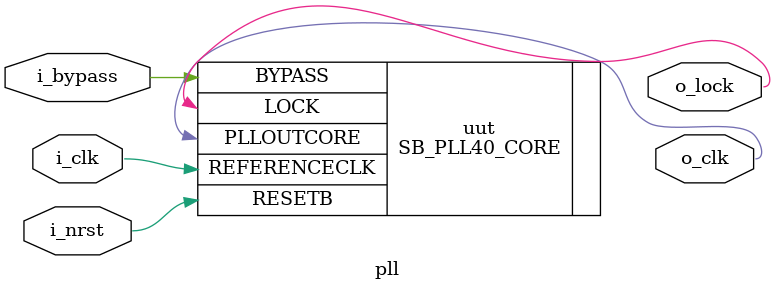
<source format=v>
module pll(  
   input    i_clk,
   input    i_nrst,
   input    i_bypass,
   output   o_clk, 
   output   o_lock
);

// All PLL settings available on the icestick
// Select one...

// PLLOUT = 16.875MHz
//     parameter p_divr = 4'd0;
//     parameter p_divf = 7'd44;
//     parameter p_divq = 3'd5;
// PLLOUT = 17.25MHz
//     parameter p_divr = 4'd0;
//     parameter p_divf = 7'd45;
//     parameter p_divq = 3'd5;
// PLLOUT = 17.625MHz
//     parameter p_divr = 4'd0;
//     parameter p_divf = 7'd46;
//     parameter p_divq = 3'd5;
// PLLOUT = 18.0MHz
//     parameter p_divr = 4'd0;
//     parameter p_divf = 7'd47;
//     parameter p_divq = 3'd5;
// PLLOUT = 18.375MHz
//     parameter p_divr = 4'd0;
//     parameter p_divf = 7'd48;
//     parameter p_divq = 3'd5;
// PLLOUT = 18.75MHz
//     parameter p_divr = 4'd0;
//     parameter p_divf = 7'd49;
//     parameter p_divq = 3'd5;
// PLLOUT = 19.125MHz
//     parameter p_divr = 4'd0;
//     parameter p_divf = 7'd50;
//     parameter p_divq = 3'd5;
// PLLOUT = 19.5MHz
//     parameter p_divr = 4'd0;
//     parameter p_divf = 7'd51;
//     parameter p_divq = 3'd5;
// PLLOUT = 19.875MHz
//     parameter p_divr = 4'd0;
//     parameter p_divf = 7'd52;
//     parameter p_divq = 3'd5;
// PLLOUT = 20.25MHz
//     parameter p_divr = 4'd0;
//     parameter p_divf = 7'd53;
//     parameter p_divq = 3'd5;
// PLLOUT = 20.625MHz
//     parameter p_divr = 4'd0;
//     parameter p_divf = 7'd54;
//     parameter p_divq = 3'd5;
// PLLOUT = 21.0MHz
//     parameter p_divr = 4'd0;
//     parameter p_divf = 7'd55;
//     parameter p_divq = 3'd5;
// PLLOUT = 21.375MHz
//     parameter p_divr = 4'd0;
//     parameter p_divf = 7'd56;
//     parameter p_divq = 3'd5;
// PLLOUT = 21.75MHz
//     parameter p_divr = 4'd0;
//     parameter p_divf = 7'd57;
//     parameter p_divq = 3'd5;
// PLLOUT = 22.125MHz
//     parameter p_divr = 4'd0;
//     parameter p_divf = 7'd58;
//     parameter p_divq = 3'd5;
// PLLOUT = 22.5MHz
//     parameter p_divr = 4'd0;
//     parameter p_divf = 7'd59;
//     parameter p_divq = 3'd5;
// PLLOUT = 22.875MHz
//     parameter p_divr = 4'd0;
//     parameter p_divf = 7'd60;
//     parameter p_divq = 3'd5;
// PLLOUT = 23.25MHz
//     parameter p_divr = 4'd0;
//     parameter p_divf = 7'd61;
//     parameter p_divq = 3'd5;
// PLLOUT = 23.625MHz
//     parameter p_divr = 4'd0;
//     parameter p_divf = 7'd62;
//     parameter p_divq = 3'd5;
// PLLOUT = 24.0MHz
//     parameter p_divr = 4'd0;
//     parameter p_divf = 7'd63;
//     parameter p_divq = 3'd5;
// PLLOUT = 33.75MHz
//     parameter p_divr = 4'd0;
//     parameter p_divf = 7'd44;
//     parameter p_divq = 3'd4;
// PLLOUT = 34.5MHz
//     parameter p_divr = 4'd0;
//     parameter p_divf = 7'd45;
//     parameter p_divq = 3'd4;
// PLLOUT = 35.25MHz
//     parameter p_divr = 4'd0;
//     parameter p_divf = 7'd46;
//     parameter p_divq = 3'd4;
// PLLOUT = 36.0MHz
//     parameter p_divr = 4'd0;
//     parameter p_divf = 7'd47;
//     parameter p_divq = 3'd4;
// PLLOUT = 36.75MHz
//     parameter p_divr = 4'd0;
//     parameter p_divf = 7'd48;
//     parameter p_divq = 3'd4;
// PLLOUT = 37.5MHz
//     parameter p_divr = 4'd0;
//     parameter p_divf = 7'd49;
//     parameter p_divq = 3'd4;
// PLLOUT = 38.25MHz
//     parameter p_divr = 4'd0;
//     parameter p_divf = 7'd50;
//     parameter p_divq = 3'd4;
// PLLOUT = 39.0MHz
//     parameter p_divr = 4'd0;
//     parameter p_divf = 7'd51;
//     parameter p_divq = 3'd4;
// PLLOUT = 39.75MHz
//     parameter p_divr = 4'd0;
//     parameter p_divf = 7'd52;
//     parameter p_divq = 3'd4;
// PLLOUT = 40.5MHz
//     parameter p_divr = 4'd0;
//     parameter p_divf = 7'd53;
//     parameter p_divq = 3'd4;
// PLLOUT = 41.25MHz
//     parameter p_divr = 4'd0;
//     parameter p_divf = 7'd54;
//     parameter p_divq = 3'd4;
// PLLOUT = 42.0MHz
//     parameter p_divr = 4'd0;
//     parameter p_divf = 7'd55;
//     parameter p_divq = 3'd4;
// PLLOUT = 42.75MHz
//     parameter p_divr = 4'd0;
//     parameter p_divf = 7'd56;
//     parameter p_divq = 3'd4;
// PLLOUT = 43.5MHz
//     parameter p_divr = 4'd0;
//     parameter p_divf = 7'd57;
//     parameter p_divq = 3'd4;
// PLLOUT = 44.25MHz
//     parameter p_divr = 4'd0;
//     parameter p_divf = 7'd58;
//     parameter p_divq = 3'd4;
// PLLOUT = 45.0MHz
//     parameter p_divr = 4'd0;
//     parameter p_divf = 7'd59;
//     parameter p_divq = 3'd4;
// PLLOUT = 45.75MHz
//     parameter p_divr = 4'd0;
//     parameter p_divf = 7'd60;
//     parameter p_divq = 3'd4;
// PLLOUT = 46.5MHz
//     parameter p_divr = 4'd0;
//     parameter p_divf = 7'd61;
//     parameter p_divq = 3'd4;
// PLLOUT = 47.25MHz
//     parameter p_divr = 4'd0;
//     parameter p_divf = 7'd62;
//     parameter p_divq = 3'd4;
// PLLOUT = 48.0MHz
//     parameter p_divr = 4'd0;
//     parameter p_divf = 7'd63;
//     parameter p_divq = 3'd4;
// PLLOUT = 67.5MHz
//     parameter p_divr = 4'd0;
//     parameter p_divf = 7'd44;
//     parameter p_divq = 3'd3;
// PLLOUT = 69.0MHz
//     parameter p_divr = 4'd0;
//     parameter p_divf = 7'd45;
//     parameter p_divq = 3'd3;
// PLLOUT = 70.5MHz
//     parameter p_divr = 4'd0;
//     parameter p_divf = 7'd46;
//     parameter p_divq = 3'd3;
// PLLOUT = 72.0MHz
//     parameter p_divr = 4'd0;
//     parameter p_divf = 7'd47;
//     parameter p_divq = 3'd3;
// PLLOUT = 73.5MHz
//     parameter p_divr = 4'd0;
//     parameter p_divf = 7'd48;
//     parameter p_divq = 3'd3;
// PLLOUT = 75.0MHz
//     parameter p_divr = 4'd0;
//     parameter p_divf = 7'd49;
//     parameter p_divq = 3'd3;
// PLLOUT = 76.5MHz
//     parameter p_divr = 4'd0;
//     parameter p_divf = 7'd50;
//     parameter p_divq = 3'd3;
// PLLOUT = 78.0MHz
//     parameter p_divr = 4'd0;
//     parameter p_divf = 7'd51;
//     parameter p_divq = 3'd3;
// PLLOUT = 79.5MHz
//     parameter p_divr = 4'd0;
//     parameter p_divf = 7'd52;
//     parameter p_divq = 3'd3;
// PLLOUT = 81.0MHz
//     parameter p_divr = 4'd0;
//     parameter p_divf = 7'd53;
//     parameter p_divq = 3'd3;
// PLLOUT = 82.5MHz
//     parameter p_divr = 4'd0;
//     parameter p_divf = 7'd54;
//     parameter p_divq = 3'd3;
// PLLOUT = 84.0MHz
//     parameter p_divr = 4'd0;
//     parameter p_divf = 7'd55;
//     parameter p_divq = 3'd3;
// PLLOUT = 85.5MHz
//     parameter p_divr = 4'd0;
//     parameter p_divf = 7'd56;
//     parameter p_divq = 3'd3;
// PLLOUT = 87.0MHz
//     parameter p_divr = 4'd0;
//     parameter p_divf = 7'd57;
//     parameter p_divq = 3'd3;
// PLLOUT = 88.5MHz
//     parameter p_divr = 4'd0;
//     parameter p_divf = 7'd58;
//     parameter p_divq = 3'd3;
// PLLOUT = 90.0MHz
//     parameter p_divr = 4'd0;
//     parameter p_divf = 7'd59;
//     parameter p_divq = 3'd3;
// PLLOUT = 91.5MHz
//     parameter p_divr = 4'd0;
//     parameter p_divf = 7'd60;
//     parameter p_divq = 3'd3;
// PLLOUT = 93.0MHz
//     parameter p_divr = 4'd0;
//     parameter p_divf = 7'd61;
//     parameter p_divq = 3'd3;
// PLLOUT = 94.5MHz
//     parameter p_divr = 4'd0;
//     parameter p_divf = 7'd62;
//     parameter p_divq = 3'd3;
// PLLOUT = 96.0MHz
//     parameter p_divr = 4'd0;
//     parameter p_divf = 7'd63;
//     parameter p_divq = 3'd3;
// PLLOUT = 135.0MHz
//     parameter p_divr = 4'd0;
//     parameter p_divf = 7'd44;
//     parameter p_divq = 3'd2;
// PLLOUT = 138.0MHz
//     parameter p_divr = 4'd0;
//     parameter p_divf = 7'd45;
//     parameter p_divq = 3'd2;
// PLLOUT = 141.0MHz
//     parameter p_divr = 4'd0;
//     parameter p_divf = 7'd46;
//     parameter p_divq = 3'd2;
// PLLOUT = 144.0MHz
//     parameter p_divr = 4'd0;
//     parameter p_divf = 7'd47;
//     parameter p_divq = 3'd2;
// PLLOUT = 147.0MHz
//     parameter p_divr = 4'd0;
//     parameter p_divf = 7'd48;
//     parameter p_divq = 3'd2;
// PLLOUT = 150.0MHz
//     parameter p_divr = 4'd0;
//     parameter p_divf = 7'd49;
//     parameter p_divq = 3'd2;
// PLLOUT = 153.0MHz
//     parameter p_divr = 4'd0;
//     parameter p_divf = 7'd50;
//     parameter p_divq = 3'd2;
// PLLOUT = 156.0MHz
//     parameter p_divr = 4'd0;
//     parameter p_divf = 7'd51;
//     parameter p_divq = 3'd2;
// PLLOUT = 159.0MHz
//     parameter p_divr = 4'd0;
//     parameter p_divf = 7'd52;
//     parameter p_divq = 3'd2;
// PLLOUT = 162.0MHz
//     parameter p_divr = 4'd0;
//     parameter p_divf = 7'd53;
//     parameter p_divq = 3'd2;
// PLLOUT = 165.0MHz
//     parameter p_divr = 4'd0;
//     parameter p_divf = 7'd54;
//     parameter p_divq = 3'd2;
// PLLOUT = 168.0MHz
//     parameter p_divr = 4'd0;
//     parameter p_divf = 7'd55;
//     parameter p_divq = 3'd2;
// PLLOUT = 171.0MHz
//     parameter p_divr = 4'd0;
//     parameter p_divf = 7'd56;
//     parameter p_divq = 3'd2;
// PLLOUT = 174.0MHz
//     parameter p_divr = 4'd0;
//     parameter p_divf = 7'd57;
//     parameter p_divq = 3'd2;
// PLLOUT = 177.0MHz
//     parameter p_divr = 4'd0;
//     parameter p_divf = 7'd58;
//     parameter p_divq = 3'd2;
// PLLOUT = 180.0MHz
//     parameter p_divr = 4'd0;
//     parameter p_divf = 7'd59;
//     parameter p_divq = 3'd2;
// PLLOUT = 183.0MHz
//     parameter p_divr = 4'd0;
//     parameter p_divf = 7'd60;
//     parameter p_divq = 3'd2;
// PLLOUT = 186.0MHz
//     parameter p_divr = 4'd0;
//     parameter p_divf = 7'd61;
//     parameter p_divq = 3'd2;
// PLLOUT = 189.0MHz
//     parameter p_divr = 4'd0;
//     parameter p_divf = 7'd62;
//     parameter p_divq = 3'd2;
// PLLOUT = 192.0MHz
     parameter p_divr = 4'd0;
     parameter p_divf = 7'd63;
     parameter p_divq = 3'd2;
// PLLOUT = 270.0MHz
//     parameter p_divr = 4'd0;
//     parameter p_divf = 7'd44;
//     parameter p_divq = 3'd1;
 
   SB_PLL40_CORE #(
      .FEEDBACK_PATH ("SIMPLE"   ),
      .PLLOUT_SELECT ("GENCLK"   ),
      .DIVR          (p_divr     ),
      .DIVF          (p_divf     ),
      .DIVQ          (p_divq     ),
      .FILTER_RANGE  (3'b001     )  // Always 1 https://www.reddit.com/r/yosys/comments/3yrq6d/are_plls_supported_on_the_icestick_hw/
   ) uut (
      .LOCK          (o_lock     ),
      .RESETB        (i_nrst     ),
      .BYPASS        (i_bypass   ),
      .REFERENCECLK  (i_clk      ),
      .PLLOUTCORE    (o_clk      )
   );

endmodule


</source>
